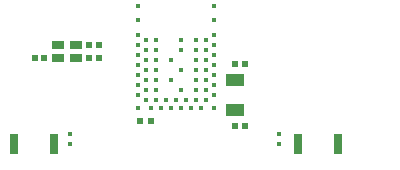
<source format=gtp>
G04*
G04 #@! TF.GenerationSoftware,Altium Limited,Altium Designer,21.6.4 (81)*
G04*
G04 Layer_Color=8421504*
%FSLAX44Y44*%
%MOMM*%
G71*
G04*
G04 #@! TF.SameCoordinates,74441D79-BE30-4494-89CB-7DD98D1B6E6E*
G04*
G04*
G04 #@! TF.FilePolarity,Positive*
G04*
G01*
G75*
%ADD15R,0.6200X0.6200*%
%ADD16R,0.3500X0.3600*%
%ADD17R,0.5200X0.5500*%
%ADD18R,0.8000X1.7000*%
%ADD19R,1.5500X1.0000*%
%ADD20C,0.0100*%
%ADD21R,0.3900X0.3900*%
%ADD22R,0.3900X0.3900*%
%ADD23R,1.0000X0.8000*%
D15*
X178750Y115000D02*
D03*
X169750D02*
D03*
X249500Y111000D02*
D03*
X258500D02*
D03*
Y163250D02*
D03*
X249500D02*
D03*
D16*
X287250Y95550D02*
D03*
Y103950D02*
D03*
X110500D02*
D03*
Y95550D02*
D03*
D17*
X134500Y168500D02*
D03*
X126500D02*
D03*
Y179500D02*
D03*
X134500D02*
D03*
X88500Y168500D02*
D03*
X80500D02*
D03*
D18*
X337000Y95500D02*
D03*
X303000D02*
D03*
X97000D02*
D03*
X63000D02*
D03*
D19*
X249500Y150250D02*
D03*
Y124250D02*
D03*
D20*
X368550Y102650D02*
D03*
X381250D02*
D03*
X368550Y89950D02*
D03*
X381250D02*
D03*
X368550Y77250D02*
D03*
X381250D02*
D03*
D21*
X183000Y133000D02*
D03*
X178750Y126500D02*
D03*
X168000D02*
D03*
X174500Y133000D02*
D03*
X168000Y137250D02*
D03*
Y145750D02*
D03*
X174500Y141500D02*
D03*
X183000D02*
D03*
X168000Y154250D02*
D03*
X174500Y150000D02*
D03*
X183000D02*
D03*
X168000Y162750D02*
D03*
X174500Y158500D02*
D03*
X183000D02*
D03*
X168000Y171250D02*
D03*
X174500Y167000D02*
D03*
X183000D02*
D03*
Y175500D02*
D03*
X174500D02*
D03*
X168000Y179750D02*
D03*
X183000Y184000D02*
D03*
X174500D02*
D03*
X168000Y188250D02*
D03*
Y200500D02*
D03*
X187250Y126500D02*
D03*
X191500Y133000D02*
D03*
X195750Y126500D02*
D03*
X200000Y133000D02*
D03*
X204250Y126500D02*
D03*
X208500Y133000D02*
D03*
X212750Y126500D02*
D03*
X217000Y133000D02*
D03*
X221250Y126500D02*
D03*
X232000D02*
D03*
X225500Y133000D02*
D03*
X232000Y137250D02*
D03*
X225500Y141500D02*
D03*
X217000D02*
D03*
X232000Y145750D02*
D03*
X225500Y150000D02*
D03*
X217000D02*
D03*
X232000Y154250D02*
D03*
X225500Y158500D02*
D03*
X217000D02*
D03*
X232000Y162750D02*
D03*
X225500Y167000D02*
D03*
X217000D02*
D03*
X232000Y171250D02*
D03*
X225500Y175500D02*
D03*
X217000D02*
D03*
X232000Y179750D02*
D03*
X225500Y184000D02*
D03*
X217000D02*
D03*
X232000Y188250D02*
D03*
Y200500D02*
D03*
Y212750D02*
D03*
X204250Y184000D02*
D03*
Y175500D02*
D03*
X195750Y167000D02*
D03*
X204250Y158500D02*
D03*
X195750Y150000D02*
D03*
X204250Y141500D02*
D03*
D22*
X168000Y212750D02*
D03*
D23*
X100000Y179500D02*
D03*
X115000D02*
D03*
Y168500D02*
D03*
X100000D02*
D03*
M02*

</source>
